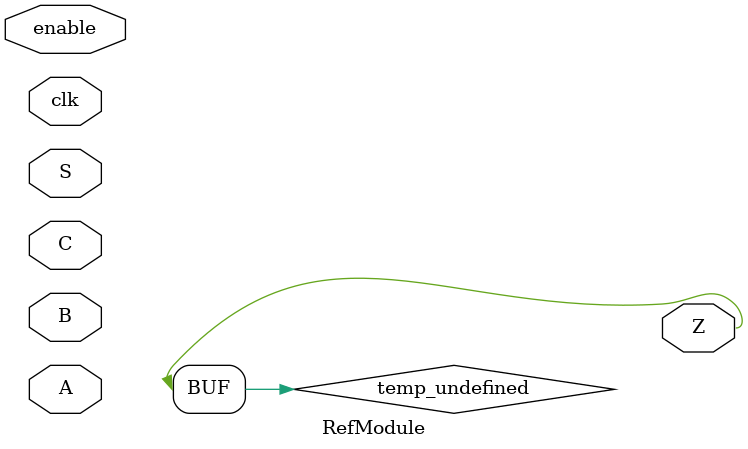
<source format=sv>
module RefModule (
  input clk,
  input enable,
  input S,
  input A,
  input B,
  input C,
  output wire Z  // Change here: use 'wire' instead of 'reg'
);

  reg [7:0] q;
  always @(posedge clk) begin
    if (enable)
      q <= {q[6:0], S};
  end

  assign Z = temp_undefined;

endmodule

</source>
